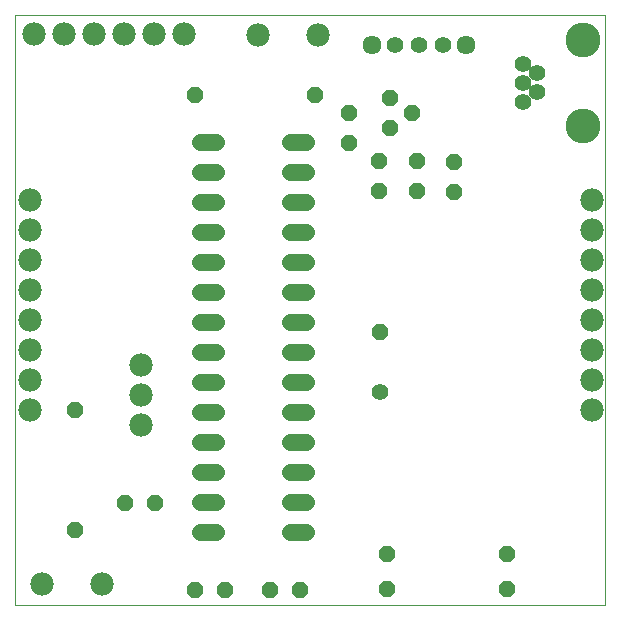
<source format=gts>
G75*
%MOIN*%
%OFA0B0*%
%FSLAX25Y25*%
%IPPOS*%
%LPD*%
%AMOC8*
5,1,8,0,0,1.08239X$1,22.5*
%
%ADD10C,0.00000*%
%ADD11C,0.07800*%
%ADD12OC8,0.05600*%
%ADD13C,0.05550*%
%ADD14C,0.06337*%
%ADD15C,0.05600*%
%ADD16C,0.11620*%
%ADD17C,0.05600*%
D10*
X0011800Y0021800D02*
X0011800Y0218650D01*
X0208650Y0218650D01*
X0208650Y0021800D01*
X0011800Y0021800D01*
D11*
X0020800Y0028800D03*
X0040800Y0028800D03*
X0053800Y0081800D03*
X0053800Y0091800D03*
X0053800Y0101800D03*
X0016800Y0096800D03*
X0016800Y0086800D03*
X0016800Y0106800D03*
X0016800Y0116800D03*
X0016800Y0126800D03*
X0016800Y0136800D03*
X0016800Y0146800D03*
X0016800Y0156800D03*
X0018300Y0212300D03*
X0028300Y0212300D03*
X0038300Y0212300D03*
X0048300Y0212300D03*
X0058300Y0212300D03*
X0068300Y0212300D03*
X0092800Y0211800D03*
X0112800Y0211800D03*
X0204300Y0156800D03*
X0204300Y0146800D03*
X0204300Y0136800D03*
X0204300Y0126800D03*
X0204300Y0116800D03*
X0204300Y0106800D03*
X0204300Y0096800D03*
X0204300Y0086800D03*
D12*
X0175800Y0038800D03*
X0175800Y0027300D03*
X0135800Y0027300D03*
X0135800Y0038800D03*
X0106800Y0026800D03*
X0096800Y0026800D03*
X0081800Y0026800D03*
X0071800Y0026800D03*
X0058650Y0056036D03*
X0048650Y0056036D03*
X0031800Y0046800D03*
X0031800Y0086800D03*
X0123095Y0175950D03*
X0123095Y0185950D03*
X0111800Y0191800D03*
X0133233Y0169950D03*
X0133233Y0159950D03*
X0145800Y0159800D03*
X0145800Y0169800D03*
X0158052Y0169650D03*
X0158052Y0159650D03*
X0136800Y0180800D03*
X0144300Y0185800D03*
X0136800Y0190800D03*
X0071800Y0191800D03*
X0133414Y0112824D03*
D13*
X0181146Y0189595D03*
X0185871Y0192745D03*
X0181146Y0195894D03*
X0185871Y0199044D03*
X0181146Y0202194D03*
X0154398Y0208670D03*
X0146524Y0208670D03*
X0138650Y0208670D03*
D14*
X0130776Y0208670D03*
X0162272Y0208670D03*
D15*
X0108829Y0176367D02*
X0103629Y0176367D01*
X0103629Y0166367D02*
X0108829Y0166367D01*
X0108829Y0156367D02*
X0103629Y0156367D01*
X0103629Y0146367D02*
X0108829Y0146367D01*
X0108829Y0136367D02*
X0103629Y0136367D01*
X0103629Y0126367D02*
X0108829Y0126367D01*
X0108829Y0116367D02*
X0103629Y0116367D01*
X0103629Y0106367D02*
X0108829Y0106367D01*
X0108829Y0096367D02*
X0103629Y0096367D01*
X0103629Y0086367D02*
X0108829Y0086367D01*
X0108829Y0076367D02*
X0103629Y0076367D01*
X0103629Y0066367D02*
X0108829Y0066367D01*
X0108829Y0056367D02*
X0103629Y0056367D01*
X0103629Y0046367D02*
X0108829Y0046367D01*
X0078829Y0046367D02*
X0073629Y0046367D01*
X0073629Y0056367D02*
X0078829Y0056367D01*
X0078829Y0066367D02*
X0073629Y0066367D01*
X0073629Y0076367D02*
X0078829Y0076367D01*
X0078829Y0086367D02*
X0073629Y0086367D01*
X0073629Y0096367D02*
X0078829Y0096367D01*
X0078829Y0106367D02*
X0073629Y0106367D01*
X0073629Y0116367D02*
X0078829Y0116367D01*
X0078829Y0126367D02*
X0073629Y0126367D01*
X0073629Y0136367D02*
X0078829Y0136367D01*
X0078829Y0146367D02*
X0073629Y0146367D01*
X0073629Y0156367D02*
X0078829Y0156367D01*
X0078829Y0166367D02*
X0073629Y0166367D01*
X0073629Y0176367D02*
X0078829Y0176367D01*
D16*
X0201225Y0181524D03*
X0201225Y0210265D03*
D17*
X0133414Y0092824D03*
M02*

</source>
